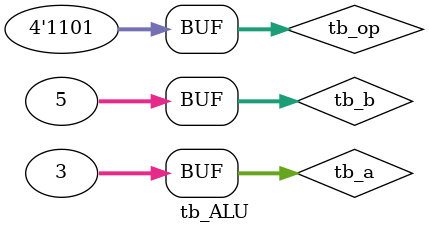
<source format=v>
`timescale 1ns/100ps

module tb_ALU;
	reg[31:0] tb_a,tb_b;
	reg[3:0] tb_op;
	
	wire [31:0] tb_result;
	
	wire [31:0] tb_opdone;
	
	ALU U0_ALU(.a(tb_a),.b(tb_b),.op(tb_op),.result(tb_result),.opdone(tb_opdone));
	
	initial
	begin
		tb_a=32'h3; tb_b=32'h5; tb_op=4'b0000;
			#10;
		tb_op=4'b0001;
			#10;
		tb_op=4'b0010;
			#10;
		tb_op=4'b0011;
			#10;
		tb_op=4'b0100;
			#10;
		tb_op=4'b0101;
			#10;
		tb_op=4'b0110;
			#10;
		tb_op=4'b0111;
			#10;
		tb_op=4'b1000;
			#10;
		tb_op=4'b1001;
			#10;
		tb_op=4'b1010;
			#10;
		tb_op=4'b1011;
			#10;
		tb_op=4'b1100;
			#10;
		tb_op=5'b1101;
			#10;
	
	end
		
endmodule








</source>
